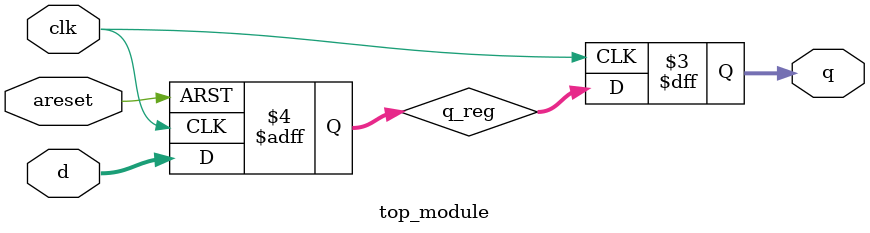
<source format=sv>
module top_module(
    input clk,
    input [7:0] d,
    input areset,
    output reg [7:0] q
);
    reg [7:0] q_reg;
    
    always @(posedge clk or posedge areset) begin
        if (areset)
            q_reg <= 8'b0;
        else
            q_reg <= d;
    end
    
    always @(posedge clk) begin
        q <= q_reg;
    end
endmodule

</source>
